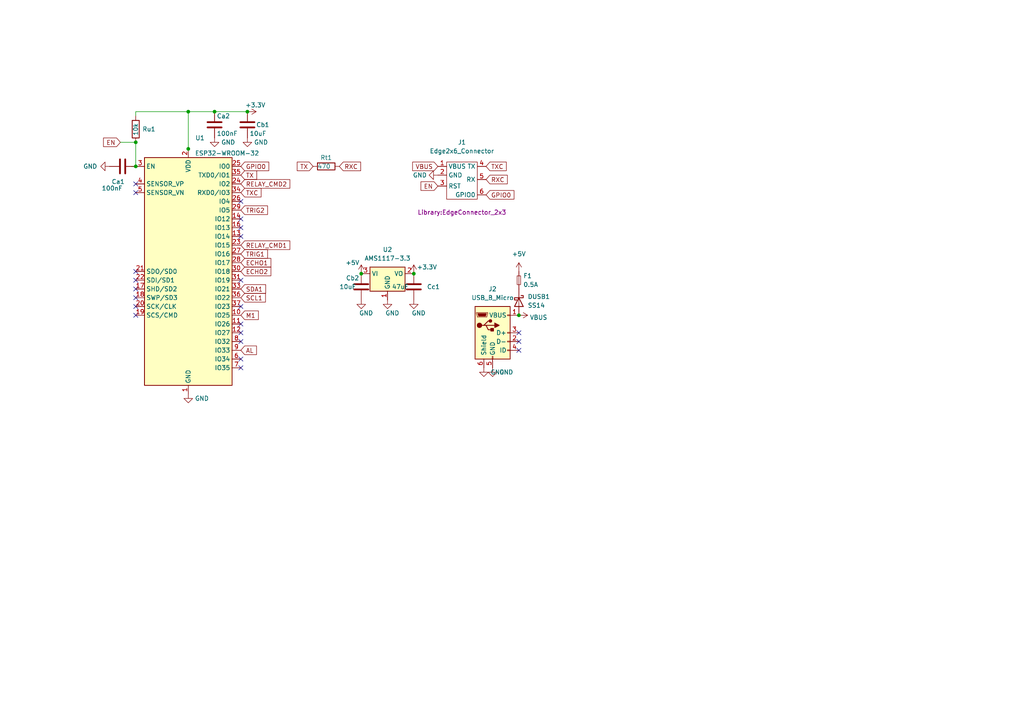
<source format=kicad_sch>
(kicad_sch (version 20230121) (generator eeschema)
  (paper "A4")
  (lib_symbols
    (symbol "Connector:USB_B_Micro" (pin_names (offset 1.016))
      (property "Reference" "J" (at -5.08 11.43 0))
      (property "Value" "USB_B_Micro" (at -5.08 8.89 0))
      (symbol "USB_B_Micro_0_1"
        (rectangle (start -5.08 -7.62) (end 5.08 7.62) (stroke (width 0.254)) (fill (type background)))
        (circle (center -3.81 2.159) (radius 0.635) (stroke (width 0.254)) (fill (type outline)))
        (circle (center -0.635 3.429) (radius 0.381) (stroke (width 0.254)) (fill (type outline)))
        (rectangle (start -0.127 -7.62) (end 0.127 -6.858))
        (polyline (pts (xy -1.905 2.159) (xy 0.635 2.159)) (stroke (width 0.254)))
        (polyline (pts (xy -3.175 2.159) (xy -2.54 2.159) (xy -1.27 3.429) (xy -0.635 3.429)) (stroke (width 0.254)))
        (polyline (pts (xy -2.54 2.159) (xy -1.905 2.159) (xy -1.27 0.889) (xy 0 0.889)) (stroke (width 0.254)))
        (polyline (pts (xy 0.635 2.794) (xy 0.635 1.524) (xy 1.905 2.159) (xy 0.635 2.794)) (stroke (width 0.254)) (fill (type outline)))
        (polyline (pts (xy -4.318 5.588) (xy -1.778 5.588) (xy -2.032 4.826) (xy -4.064 4.826) (xy -4.318 5.588)) (fill (type outline)))
        (polyline (pts (xy -4.699 5.842) (xy -4.699 5.588) (xy -4.445 4.826) (xy -4.445 4.572) (xy -1.651 4.572) (xy -1.651 4.826) (xy -1.397 5.588) (xy -1.397 5.842) (xy -4.699 5.842)))
        (rectangle (start 0.254 1.27) (end -0.508 0.508) (stroke (width 0.254)) (fill (type outline)))
        (rectangle (start 5.08 -5.207) (end 4.318 -4.953))
        (rectangle (start 5.08 -2.667) (end 4.318 -2.413))
        (rectangle (start 5.08 -0.127) (end 4.318 0.127))
        (rectangle (start 5.08 4.953) (end 4.318 5.207))
      )
      (symbol "USB_B_Micro_1_1"
        (pin power_out line (at 7.62 5.08 180) (length 2.54) (name "VBUS") (number "1"))
        (pin bidirectional line (at 7.62 -2.54 180) (length 2.54) (name "D-") (number "2"))
        (pin bidirectional line (at 7.62 0 180) (length 2.54) (name "D+") (number "3"))
        (pin passive line (at 7.62 -5.08 180) (length 2.54) (name "ID") (number "4"))
        (pin power_out line (at 0 -10.16 90) (length 2.54) (name "GND") (number "5"))
        (pin passive line (at -2.54 -10.16 90) (length 2.54) (name "Shield") (number "6"))
      )
    )
    (symbol "Device:C" (pin_numbers hide) (pin_names (offset 0.254))
      (property "Reference" "C" (at 0.635 2.54 0))
      (property "Value" "C" (at 0.635 -2.54 0))
      (symbol "C_0_1"
        (polyline (pts (xy -2.032 -0.762) (xy 2.032 -0.762)) (stroke (width 0.508)))
        (polyline (pts (xy -2.032 0.762) (xy 2.032 0.762)) (stroke (width 0.508)))
      )
      (symbol "C_1_1"
        (pin passive line (at 0 3.81 270) (length 2.794) (name "~") (number "1"))
        (pin passive line (at 0 -3.81 90) (length 2.794) (name "~") (number "2"))
      )
    )
    (symbol "Device:Fuse_Small" (pin_numbers hide) (pin_names (offset 0.254) hide)
      (property "Reference" "F" (at 0 -1.524 0))
      (property "Value" "Fuse_Small" (at 0 1.524 0))
      (symbol "Fuse_Small_0_1"
        (rectangle (start -1.27 0.508) (end 1.27 -0.508))
        (polyline (pts (xy -1.27 0) (xy 1.27 0)))
      )
      (symbol "Fuse_Small_1_1"
        (pin passive line (at -2.54 0 0) (length 1.27) (name "~") (number "1"))
        (pin passive line (at 2.54 0 180) (length 1.27) (name "~") (number "2"))
      )
    )
    (symbol "Device:R" (pin_numbers hide) (pin_names (offset 0))
      (property "Reference" "R" (at 2.032 0 90))
      (property "Value" "R" (at 0 0 90))
      (symbol "R_0_1"
        (rectangle (start -1.016 -2.54) (end 1.016 2.54) (stroke (width 0.254)))
      )
      (symbol "R_1_1"
        (pin passive line (at 0 3.81 270) (length 1.27) (name "~") (number "1"))
        (pin passive line (at 0 -3.81 90) (length 1.27) (name "~") (number "2"))
      )
    )
    (symbol "Diode:1N5819" (pin_numbers hide) (pin_names (offset 1.016) hide)
      (property "Reference" "D" (at 0 2.54 0))
      (property "Value" "1N5819" (at 0 -2.54 0))
      (symbol "1N5819_0_1"
        (polyline (pts (xy 1.27 0) (xy -1.27 0)))
        (polyline (pts (xy 1.27 1.27) (xy 1.27 -1.27) (xy -1.27 0) (xy 1.27 1.27)) (stroke (width 0.254)))
        (polyline (pts (xy -1.905 0.635) (xy -1.905 1.27) (xy -1.27 1.27) (xy -1.27 -1.27) (xy -0.635 -1.27) (xy -0.635 -0.635)) (stroke (width 0.254)))
      )
      (symbol "1N5819_1_1"
        (pin passive line (at -3.81 0 0) (length 2.54) (name "K") (number "1"))
        (pin passive line (at 3.81 0 180) (length 2.54) (name "A") (number "2"))
      )
    )
    (symbol "RF_Module:ESP32-WROOM-32"
      (property "Reference" "U" (at -12.7 34.29 0))
      (property "Value" "ESP32-WROOM-32" (at 1.27 34.29 0))
      (symbol "ESP32-WROOM-32_0_1"
        (rectangle (start -12.7 33.02) (end 12.7 -33.02) (stroke (width 0.254)) (fill (type background)))
      )
      (symbol "ESP32-WROOM-32_1_1"
        (pin power_in line (at 0 -35.56 90) (length 2.54) (name "GND") (number "1"))
        (pin bidirectional line (at 15.24 -12.7 180) (length 2.54) (name "IO25") (number "10"))
        (pin bidirectional line (at 15.24 -15.24 180) (length 2.54) (name "IO26") (number "11"))
        (pin bidirectional line (at 15.24 -17.78 180) (length 2.54) (name "IO27") (number "12"))
        (pin bidirectional line (at 15.24 10.16 180) (length 2.54) (name "IO14") (number "13"))
        (pin bidirectional line (at 15.24 15.24 180) (length 2.54) (name "IO12") (number "14"))
        (pin passive line (at 0 -35.56 90) (length 2.54) hide (name "GND") (number "15"))
        (pin bidirectional line (at 15.24 12.7 180) (length 2.54) (name "IO13") (number "16"))
        (pin bidirectional line (at -15.24 -5.08 0) (length 2.54) (name "SHD/SD2") (number "17"))
        (pin bidirectional line (at -15.24 -7.62 0) (length 2.54) (name "SWP/SD3") (number "18"))
        (pin bidirectional line (at -15.24 -12.7 0) (length 2.54) (name "SCS/CMD") (number "19"))
        (pin power_in line (at 0 35.56 270) (length 2.54) (name "VDD") (number "2"))
        (pin bidirectional line (at -15.24 -10.16 0) (length 2.54) (name "SCK/CLK") (number "20"))
        (pin bidirectional line (at -15.24 0 0) (length 2.54) (name "SDO/SD0") (number "21"))
        (pin bidirectional line (at -15.24 -2.54 0) (length 2.54) (name "SDI/SD1") (number "22"))
        (pin bidirectional line (at 15.24 7.62 180) (length 2.54) (name "IO15") (number "23"))
        (pin bidirectional line (at 15.24 25.4 180) (length 2.54) (name "IO2") (number "24"))
        (pin bidirectional line (at 15.24 30.48 180) (length 2.54) (name "IO0") (number "25"))
        (pin bidirectional line (at 15.24 20.32 180) (length 2.54) (name "IO4") (number "26"))
        (pin bidirectional line (at 15.24 5.08 180) (length 2.54) (name "IO16") (number "27"))
        (pin bidirectional line (at 15.24 2.54 180) (length 2.54) (name "IO17") (number "28"))
        (pin bidirectional line (at 15.24 17.78 180) (length 2.54) (name "IO5") (number "29"))
        (pin input line (at -15.24 30.48 0) (length 2.54) (name "EN") (number "3"))
        (pin bidirectional line (at 15.24 0 180) (length 2.54) (name "IO18") (number "30"))
        (pin bidirectional line (at 15.24 -2.54 180) (length 2.54) (name "IO19") (number "31"))
        (pin no_connect line (at -12.7 -27.94 0) (length 2.54) hide (name "NC") (number "32"))
        (pin bidirectional line (at 15.24 -5.08 180) (length 2.54) (name "IO21") (number "33"))
        (pin bidirectional line (at 15.24 22.86 180) (length 2.54) (name "RXD0/IO3") (number "34"))
        (pin bidirectional line (at 15.24 27.94 180) (length 2.54) (name "TXD0/IO1") (number "35"))
        (pin bidirectional line (at 15.24 -7.62 180) (length 2.54) (name "IO22") (number "36"))
        (pin bidirectional line (at 15.24 -10.16 180) (length 2.54) (name "IO23") (number "37"))
        (pin passive line (at 0 -35.56 90) (length 2.54) hide (name "GND") (number "38"))
        (pin passive line (at 0 -35.56 90) (length 2.54) hide (name "GND") (number "39"))
        (pin input line (at -15.24 25.4 0) (length 2.54) (name "SENSOR_VP") (number "4"))
        (pin input line (at -15.24 22.86 0) (length 2.54) (name "SENSOR_VN") (number "5"))
        (pin input line (at 15.24 -25.4 180) (length 2.54) (name "IO34") (number "6"))
        (pin input line (at 15.24 -27.94 180) (length 2.54) (name "IO35") (number "7"))
        (pin bidirectional line (at 15.24 -20.32 180) (length 2.54) (name "IO32") (number "8"))
        (pin bidirectional line (at 15.24 -22.86 180) (length 2.54) (name "IO33") (number "9"))
      )
    )
    (symbol "Regulator_Linear:AMS1117-3.3"
      (property "Reference" "U" (at -3.81 3.175 0))
      (property "Value" "AMS1117-3.3" (at 0 3.175 0))
      (symbol "AMS1117-3.3_0_1"
        (rectangle (start -5.08 -5.08) (end 5.08 1.905) (stroke (width 0.254)) (fill (type background)))
      )
      (symbol "AMS1117-3.3_1_1"
        (pin power_in line (at 0 -7.62 90) (length 2.54) (name "GND") (number "1"))
        (pin power_out line (at 7.62 0 180) (length 2.54) (name "VO") (number "2"))
        (pin power_in line (at -7.62 0 0) (length 2.54) (name "VI") (number "3"))
      )
    )
    (symbol "chl33:Edge2x6_Connector"
      (property "Reference" "J" (at 0 6.35 0))
      (property "Value" "Edge2x6_Connector" (at 0.635 -6.985 0))
      (symbol "Edge2x6_Connector_0_1"
        (rectangle (start -4.445 5.08) (end 4.445 -5.715))
      )
      (symbol "Edge2x6_Connector_1_1"
        (pin power_out line (at -6.985 3.81 0) (length 2.54) (name "VBUS") (number "1"))
        (pin power_out line (at -6.985 1.27 0) (length 2.54) (name "GND") (number "2"))
        (pin output line (at -6.985 -1.905 0) (length 2.54) (name "RST") (number "3"))
        (pin output line (at 6.985 3.81 180) (length 2.54) (name "TX") (number "4"))
        (pin input line (at 6.985 0 180) (length 2.54) (name "RX") (number "5"))
        (pin output line (at 6.985 -4.445 180) (length 2.54) (name "GPIO0") (number "6"))
      )
    )
    (symbol "power:+3.3V" (power) (pin_names (offset 0))
      (property "Value" "+3.3V" (at 0 3.556 0))
      (symbol "+3.3V_0_1"
        (polyline (pts (xy -0.762 1.27) (xy 0 2.54)))
        (polyline (pts (xy 0 0) (xy 0 2.54)))
        (polyline (pts (xy 0 2.54) (xy 0.762 1.27)))
      )
      (symbol "+3.3V_1_1"
        (pin power_in line (at 0 0 90) (length 0) hide (name "+3.3V") (number "1"))
      )
    )
    (symbol "power:+5V" (power) (pin_names (offset 0))
      (property "Value" "+5V" (at 0 3.556 0))
      (symbol "+5V_0_1"
        (polyline (pts (xy -0.762 1.27) (xy 0 2.54)))
        (polyline (pts (xy 0 0) (xy 0 2.54)))
        (polyline (pts (xy 0 2.54) (xy 0.762 1.27)))
      )
      (symbol "+5V_1_1"
        (pin power_in line (at 0 0 90) (length 0) hide (name "+5V") (number "1"))
      )
    )
    (symbol "power:GND" (power) (pin_names (offset 0))
      (property "Value" "GND" (at 0 -3.81 0))
      (symbol "GND_0_1"
        (polyline (pts (xy 0 0) (xy 0 -1.27) (xy 1.27 -1.27) (xy 0 -2.54) (xy -1.27 -1.27) (xy 0 -1.27)))
      )
      (symbol "GND_1_1"
        (pin power_in line (at 0 0 270) (length 0) hide (name "GND") (number "1"))
      )
    )
    (symbol "power:VBUS" (power) (pin_names (offset 0))
      (property "Value" "VBUS" (at 0 3.81 0))
      (symbol "VBUS_0_1"
        (polyline (pts (xy -0.762 1.27) (xy 0 2.54)))
        (polyline (pts (xy 0 0) (xy 0 2.54)))
        (polyline (pts (xy 0 2.54) (xy 0.762 1.27)))
      )
      (symbol "VBUS_1_1"
        (pin power_in line (at 0 0 90) (length 0) hide (name "VBUS") (number "1"))
      )
    )
  )
  (junction (at 150.495 91.44))
  (junction (at 54.61 43.18))
  (junction (at 104.775 79.375))
  (junction (at 54.61 32.385))
  (junction (at 71.755 32.385))
  (junction (at 62.23 32.385))
  (junction (at 39.37 41.275))
  (junction (at 120.015 79.375))
  (junction (at 39.37 48.26))
  (no_connect (at 69.85 104.14))
  (no_connect (at 39.37 55.88))
  (no_connect (at 150.495 101.6))
  (no_connect (at 39.37 86.36))
  (no_connect (at 69.85 88.9))
  (no_connect (at 69.85 63.5))
  (no_connect (at 69.85 99.06))
  (no_connect (at 39.37 53.34))
  (no_connect (at 39.37 88.9))
  (no_connect (at 39.37 91.44))
  (no_connect (at 39.37 78.74))
  (no_connect (at 69.85 81.28))
  (no_connect (at 150.495 99.06))
  (no_connect (at 39.37 83.82))
  (no_connect (at 150.495 96.52))
  (no_connect (at 69.85 106.68))
  (no_connect (at 69.85 66.04))
  (no_connect (at 69.85 93.98))
  (no_connect (at 39.37 81.28))
  (no_connect (at 69.85 58.42))
  (no_connect (at 69.85 96.52))
  (no_connect (at 69.85 68.58))
  (wire (pts (xy 54.61 32.385) (xy 62.23 32.385)))
  (wire (pts (xy 54.61 43.815) (xy 54.61 43.18)))
  (wire (pts (xy 54.61 43.18) (xy 54.61 32.385)))
  (wire (pts (xy 34.925 41.275) (xy 39.37 41.275)))
  (wire (pts (xy 39.37 33.655) (xy 39.37 32.385)))
  (wire (pts (xy 62.23 32.385) (xy 71.755 32.385)))
  (wire (pts (xy 38.1 48.26) (xy 39.37 48.26)))
  (wire (pts (xy 39.37 41.275) (xy 39.37 48.26)))
  (wire (pts (xy 39.37 32.385) (xy 54.61 32.385)))
  (global_label "EN" (shape input) (at 127 53.975 180) (property "Intersheetrefs" "${INTERSHEET_REFS}" (effects hide)))
  (global_label "VBUS" (shape input) (at 127 48.26 180) (property "Intersheetrefs" "${INTERSHEET_REFS}" (effects hide)))
  (global_label "RXC" (shape input) (at 140.97 52.07 0) (property "Intersheetrefs" "${INTERSHEET_REFS}" (effects hide)))
  (global_label "ECHO2" (shape input) (at 69.85 78.74 0) (property "Intersheetrefs" "${INTERSHEET_REFS}" (effects hide)))
  (global_label "GPIO0" (shape input) (at 69.85 48.26 0) (property "Intersheetrefs" "${INTERSHEET_REFS}" (effects hide)))
  (global_label "RELAY_CMD2" (shape input) (at 69.85 53.34 0) (property "Intersheetrefs" "${INTERSHEET_REFS}" (effects hide)))
  (global_label "RELAY_CMD1" (shape input) (at 69.85 71.12 0) (property "Intersheetrefs" "${INTERSHEET_REFS}" (effects hide)))
  (global_label "EN" (shape input) (at 34.925 41.275 180) (property "Intersheetrefs" "${INTERSHEET_REFS}" (effects hide)))
  (global_label "TXC" (shape input) (at 140.97 48.26 0) (property "Intersheetrefs" "${INTERSHEET_REFS}" (effects hide)))
  (global_label "GPIO0" (shape input) (at 140.97 56.515 0) (property "Intersheetrefs" "${INTERSHEET_REFS}" (effects hide)))
  (global_label "TRIG2" (shape input) (at 69.85 60.96 0) (property "Intersheetrefs" "${INTERSHEET_REFS}" (effects hide)))
  (global_label "TX" (shape input) (at 69.85 50.8 0) (property "Intersheetrefs" "${INTERSHEET_REFS}" (effects hide)))
  (global_label "TRIG1" (shape input) (at 69.85 73.66 0) (property "Intersheetrefs" "${INTERSHEET_REFS}" (effects hide)))
  (global_label "SDA1" (shape input) (at 69.85 83.82 0) (property "Intersheetrefs" "${INTERSHEET_REFS}" (effects hide)))
  (global_label "AL" (shape input) (at 69.85 101.6 0) (property "Intersheetrefs" "${INTERSHEET_REFS}" (effects hide)))
  (global_label "SCL1" (shape input) (at 69.85 86.36 0) (property "Intersheetrefs" "${INTERSHEET_REFS}" (effects hide)))
  (global_label "RXC" (shape input) (at 98.425 48.26 0) (property "Intersheetrefs" "${INTERSHEET_REFS}" (effects hide)))
  (global_label "TX" (shape input) (at 90.805 48.26 180) (property "Intersheetrefs" "${INTERSHEET_REFS}" (effects hide)))
  (global_label "TXC" (shape input) (at 69.85 55.88 0) (property "Intersheetrefs" "${INTERSHEET_REFS}" (effects hide)))
  (global_label "ECHO1" (shape input) (at 69.85 76.2 0) (property "Intersheetrefs" "${INTERSHEET_REFS}" (effects hide)))
  (global_label "M1" (shape input) (at 69.85 91.44 0) (property "Intersheetrefs" "${INTERSHEET_REFS}" (effects hide)))
  (symbol (lib_id "Device:C") (at 71.755 36.195 0) (unit 1)
    (property "Reference" "Cb1" (at 74.295 36.195 0) (effects (justify left)))
    (property "Value" "10uF" (at 72.39 38.735 0) (effects (justify left)))
    (property "Footprint" "Capacitor_SMD:C_0805_2012Metric_Pad1.18x1.45mm_HandSolder" (effects hide))
  )
  (symbol (lib_id "power:GND") (at 104.775 86.995 0) (unit 1)
    (property "Reference" "#PWR07" (effects hide))
    (property "Value" "GND" (at 104.14 90.805 0) (effects (justify left)))
  )
  (symbol (lib_id "power:GND") (at 142.875 106.68 0) (unit 1)
    (property "Reference" "#PWR013" (effects hide))
    (property "Value" "GND" (at 144.78 107.9499 0) (effects (justify left)))
  )
  (symbol (lib_id "Device:C") (at 62.23 36.195 0) (unit 1)
    (property "Reference" "Ca2" (at 62.865 33.655 0) (effects (justify left)))
    (property "Value" "100nF" (at 62.865 38.735 0) (effects (justify left)))
    (property "Footprint" "Capacitor_SMD:C_0603_1608Metric" (effects hide))
  )
  (symbol (lib_id "Device:Fuse_Small") (at 150.495 81.28 270) (unit 1)
    (property "Reference" "F1" (at 151.765 80.0099 90) (effects (justify left)))
    (property "Value" "0.5A" (at 151.765 82.5499 90) (effects (justify left)))
    (property "Footprint" "Diode_SMD:D_0805_2012Metric" (effects hide))
  )
  (symbol (lib_id "Connector:USB_B_Micro") (at 142.875 96.52 0) (unit 1)
    (property "Reference" "J2" (at 142.875 83.82 0))
    (property "Value" "USB_B_Micro" (at 142.875 86.36 0))
    (property "Footprint" "Connector_USB:USB_Micro-B_Amphenol_10118194_Horizontal" (effects hide))
  )
  (symbol (lib_id "power:GND") (at 54.61 114.3 0) (unit 1)
    (property "Reference" "#PWR02" (effects hide))
    (property "Value" "GND" (at 56.515 115.5699 0) (effects (justify left)))
  )
  (symbol (lib_id "power:GND") (at 31.75 48.26 270) (unit 1)
    (property "Reference" "#PWR01" (effects hide))
    (property "Value" "GND" (at 24.13 48.26 90) (effects (justify left)))
  )
  (symbol (lib_id "Device:R") (at 39.37 37.465 180) (unit 1)
    (property "Reference" "Ru1" (at 41.275 37.465 0) (effects (justify right)))
    (property "Value" "10k" (at 39.37 39.37 90) (effects (justify right)))
    (property "Footprint" "Resistor_SMD:R_0603_1608Metric" (effects hide))
  )
  (symbol (lib_id "power:+5V") (at 150.495 78.74 0) (unit 1)
    (property "Reference" "#PWR014" (effects hide))
    (property "Value" "+5V" (at 150.495 73.66 0))
  )
  (symbol (lib_id "Diode:1N5819") (at 150.495 87.63 270) (unit 1)
    (property "Reference" "DUSB1" (at 153.035 86.0424 90) (effects (justify left)))
    (property "Value" "SS14" (at 153.035 88.5824 90) (effects (justify left)))
    (property "Footprint" "Diode_SMD:D_2010_5025Metric" (effects hide))
    (property "Datasheet" "http://www.vishay.com/docs/88525/1n5817.pdf" (effects hide))
  )
  (symbol (lib_id "power:GND") (at 127 50.8 270) (unit 1)
    (property "Reference" "#PWR011" (effects hide))
    (property "Value" "GND" (at 123.825 50.7999 90) (effects (justify right)))
  )
  (symbol (lib_id "power:GND") (at 112.395 86.995 0) (unit 1)
    (property "Reference" "#PWR08" (effects hide))
    (property "Value" "GND" (at 111.76 90.805 0) (effects (justify left)))
  )
  (symbol (lib_id "power:+5V") (at 104.775 79.375 0) (unit 1)
    (property "Reference" "#PWR06" (effects hide))
    (property "Value" "+5V" (at 102.235 76.2 0))
  )
  (symbol (lib_id "Device:R") (at 94.615 48.26 90) (unit 1)
    (property "Reference" "Rt1" (at 94.615 45.72 90))
    (property "Value" "470" (at 93.98 48.26 90))
    (property "Footprint" "Resistor_SMD:R_0603_1608Metric" (effects hide))
  )
  (symbol (lib_id "RF_Module:ESP32-WROOM-32") (at 54.61 78.74 0) (unit 1)
    (property "Reference" "U1" (at 56.6294 40.005 0) (effects (justify left)))
    (property "Value" "ESP32-WROOM-32" (at 56.515 44.45 0) (effects (justify left)))
    (property "Footprint" "RF_Module:ESP32-WROOM-32" (effects hide))
    (property "Datasheet" "https://www.espressif.com/sites/default/files/documentation/esp32-wroom-32_datasheet_en.pdf" (effects hide))
  )
  (symbol (lib_id "Device:C") (at 120.015 83.185 0) (unit 1)
    (property "Reference" "Cc1" (at 123.825 83.185 0) (effects (justify left)))
    (property "Value" "47uF" (at 113.665 83.185 0) (effects (justify left)))
    (property "Footprint" "Capacitor_SMD:C_0805_2012Metric_Pad1.18x1.45mm_HandSolder" (effects hide))
  )
  (symbol (lib_id "power:VBUS") (at 150.495 91.44 270) (unit 1)
    (property "Reference" "#PWR015" (effects hide))
    (property "Value" "VBUS" (at 156.21 92.075 90))
  )
  (symbol (lib_id "power:GND") (at 120.015 86.995 0) (unit 1)
    (property "Reference" "#PWR010" (effects hide))
    (property "Value" "GND" (at 119.38 90.805 0) (effects (justify left)))
  )
  (symbol (lib_id "power:GND") (at 62.23 40.005 0) (unit 1)
    (property "Reference" "#PWR03" (effects hide))
    (property "Value" "GND" (at 64.135 41.2749 0) (effects (justify left)))
  )
  (symbol (lib_id "Device:C") (at 35.56 48.26 90) (unit 1)
    (property "Reference" "Ca1" (at 36.195 52.705 90) (effects (justify left)))
    (property "Value" "100nF" (at 35.56 54.61 90) (effects (justify left)))
    (property "Footprint" "Capacitor_SMD:C_0603_1608Metric" (effects hide))
  )
  (symbol (lib_id "power:GND") (at 71.755 40.005 0) (unit 1)
    (property "Reference" "#PWR05" (effects hide))
    (property "Value" "GND" (at 73.66 41.2749 0) (effects (justify left)))
  )
  (symbol (lib_id "Regulator_Linear:AMS1117-3.3") (at 112.395 79.375 0) (unit 1)
    (property "Reference" "U2" (at 112.395 72.39 0))
    (property "Value" "AMS1117-3.3" (at 112.395 74.93 0))
    (property "Footprint" "Package_TO_SOT_SMD:SOT-223-3_TabPin2" (effects hide))
    (property "Datasheet" "http://www.advanced-monolithic.com/pdf/ds1117.pdf" (effects hide))
  )
  (symbol (lib_id "power:+3.3V") (at 120.015 79.375 0) (unit 1)
    (property "Reference" "#PWR09" (effects hide))
    (property "Value" "+3.3V" (at 123.825 77.47 0))
  )
  (symbol (lib_id "chl33:Edge2x6_Connector") (at 133.985 52.07 0) (unit 1)
    (property "Reference" "J1" (at 133.985 41.275 0))
    (property "Value" "Edge2x6_Connector" (at 133.985 43.815 0))
    (property "Footprint" "Library:EdgeConnector_2x3" (at 133.985 61.595 0))
  )
  (symbol (lib_id "power:+3.3V") (at 71.755 32.385 270) (unit 1)
    (property "Reference" "#PWR04" (effects hide))
    (property "Value" "+3.3V" (at 71.12 30.48 90) (effects (justify left)))
  )
  (symbol (lib_id "Device:C") (at 104.775 83.185 0) (unit 1)
    (property "Reference" "Cb2" (at 100.33 80.645 0) (effects (justify left)))
    (property "Value" "10uF" (at 98.425 83.185 0) (effects (justify left)))
    (property "Footprint" "Capacitor_SMD:C_0805_2012Metric_Pad1.18x1.45mm_HandSolder" (effects hide))
  )
  (symbol (lib_id "power:GND") (at 140.335 106.68 0) (unit 1)
    (property "Reference" "#PWR012" (effects hide))
    (property "Value" "GND" (at 142.24 107.9499 0) (effects (justify left)))
  )
)
</source>
